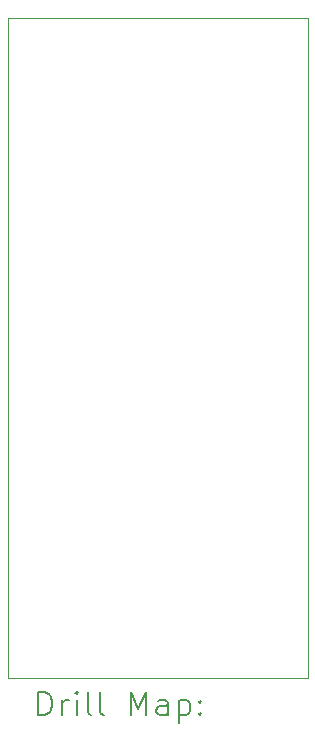
<source format=gbr>
%TF.GenerationSoftware,KiCad,Pcbnew,9.0.6*%
%TF.CreationDate,2026-01-08T21:28:13-06:00*%
%TF.ProjectId,QFN-40_5x5_P0.4,51464e2d-3430-45f3-9578-355f50302e34,rev?*%
%TF.SameCoordinates,Original*%
%TF.FileFunction,Drillmap*%
%TF.FilePolarity,Positive*%
%FSLAX45Y45*%
G04 Gerber Fmt 4.5, Leading zero omitted, Abs format (unit mm)*
G04 Created by KiCad (PCBNEW 9.0.6) date 2026-01-08 21:28:13*
%MOMM*%
%LPD*%
G01*
G04 APERTURE LIST*
%ADD10C,0.050000*%
%ADD11C,0.200000*%
G04 APERTURE END LIST*
D10*
X12344400Y-8154443D02*
X14884400Y-8154443D01*
X14884400Y-13742443D01*
X12344400Y-13742443D01*
X12344400Y-8154443D01*
D11*
X12602677Y-14056427D02*
X12602677Y-13856427D01*
X12602677Y-13856427D02*
X12650296Y-13856427D01*
X12650296Y-13856427D02*
X12678867Y-13865950D01*
X12678867Y-13865950D02*
X12697915Y-13884998D01*
X12697915Y-13884998D02*
X12707439Y-13904046D01*
X12707439Y-13904046D02*
X12716962Y-13942141D01*
X12716962Y-13942141D02*
X12716962Y-13970712D01*
X12716962Y-13970712D02*
X12707439Y-14008808D01*
X12707439Y-14008808D02*
X12697915Y-14027855D01*
X12697915Y-14027855D02*
X12678867Y-14046903D01*
X12678867Y-14046903D02*
X12650296Y-14056427D01*
X12650296Y-14056427D02*
X12602677Y-14056427D01*
X12802677Y-14056427D02*
X12802677Y-13923093D01*
X12802677Y-13961189D02*
X12812201Y-13942141D01*
X12812201Y-13942141D02*
X12821724Y-13932617D01*
X12821724Y-13932617D02*
X12840772Y-13923093D01*
X12840772Y-13923093D02*
X12859820Y-13923093D01*
X12926486Y-14056427D02*
X12926486Y-13923093D01*
X12926486Y-13856427D02*
X12916962Y-13865950D01*
X12916962Y-13865950D02*
X12926486Y-13875474D01*
X12926486Y-13875474D02*
X12936010Y-13865950D01*
X12936010Y-13865950D02*
X12926486Y-13856427D01*
X12926486Y-13856427D02*
X12926486Y-13875474D01*
X13050296Y-14056427D02*
X13031248Y-14046903D01*
X13031248Y-14046903D02*
X13021724Y-14027855D01*
X13021724Y-14027855D02*
X13021724Y-13856427D01*
X13155058Y-14056427D02*
X13136010Y-14046903D01*
X13136010Y-14046903D02*
X13126486Y-14027855D01*
X13126486Y-14027855D02*
X13126486Y-13856427D01*
X13383629Y-14056427D02*
X13383629Y-13856427D01*
X13383629Y-13856427D02*
X13450296Y-13999284D01*
X13450296Y-13999284D02*
X13516962Y-13856427D01*
X13516962Y-13856427D02*
X13516962Y-14056427D01*
X13697915Y-14056427D02*
X13697915Y-13951665D01*
X13697915Y-13951665D02*
X13688391Y-13932617D01*
X13688391Y-13932617D02*
X13669343Y-13923093D01*
X13669343Y-13923093D02*
X13631248Y-13923093D01*
X13631248Y-13923093D02*
X13612201Y-13932617D01*
X13697915Y-14046903D02*
X13678867Y-14056427D01*
X13678867Y-14056427D02*
X13631248Y-14056427D01*
X13631248Y-14056427D02*
X13612201Y-14046903D01*
X13612201Y-14046903D02*
X13602677Y-14027855D01*
X13602677Y-14027855D02*
X13602677Y-14008808D01*
X13602677Y-14008808D02*
X13612201Y-13989760D01*
X13612201Y-13989760D02*
X13631248Y-13980236D01*
X13631248Y-13980236D02*
X13678867Y-13980236D01*
X13678867Y-13980236D02*
X13697915Y-13970712D01*
X13793153Y-13923093D02*
X13793153Y-14123093D01*
X13793153Y-13932617D02*
X13812201Y-13923093D01*
X13812201Y-13923093D02*
X13850296Y-13923093D01*
X13850296Y-13923093D02*
X13869343Y-13932617D01*
X13869343Y-13932617D02*
X13878867Y-13942141D01*
X13878867Y-13942141D02*
X13888391Y-13961189D01*
X13888391Y-13961189D02*
X13888391Y-14018331D01*
X13888391Y-14018331D02*
X13878867Y-14037379D01*
X13878867Y-14037379D02*
X13869343Y-14046903D01*
X13869343Y-14046903D02*
X13850296Y-14056427D01*
X13850296Y-14056427D02*
X13812201Y-14056427D01*
X13812201Y-14056427D02*
X13793153Y-14046903D01*
X13974105Y-14037379D02*
X13983629Y-14046903D01*
X13983629Y-14046903D02*
X13974105Y-14056427D01*
X13974105Y-14056427D02*
X13964582Y-14046903D01*
X13964582Y-14046903D02*
X13974105Y-14037379D01*
X13974105Y-14037379D02*
X13974105Y-14056427D01*
X13974105Y-13932617D02*
X13983629Y-13942141D01*
X13983629Y-13942141D02*
X13974105Y-13951665D01*
X13974105Y-13951665D02*
X13964582Y-13942141D01*
X13964582Y-13942141D02*
X13974105Y-13932617D01*
X13974105Y-13932617D02*
X13974105Y-13951665D01*
M02*

</source>
